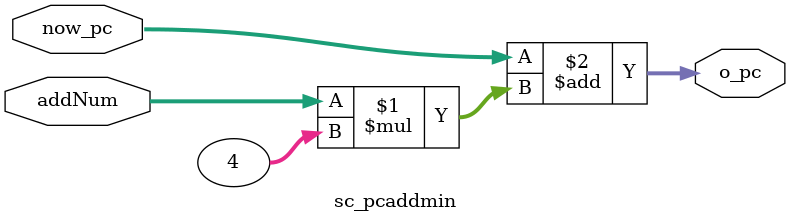
<source format=v>
`timescale 1ns / 1ps
module sc_pcaddmin(now_pc, addNum, o_pc
    );
  input [31:0] now_pc, addNum;
  output [31:0] o_pc;
  assign o_pc = now_pc + (addNum * 4); 

endmodule

</source>
